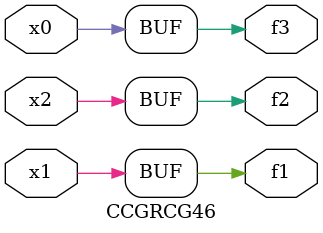
<source format=v>
module CCGRCG46(
	input x0, x1, x2,
	output f1, f2, f3
);
	assign f1 = x1;
	assign f2 = x2;
	assign f3 = x0;
endmodule

</source>
